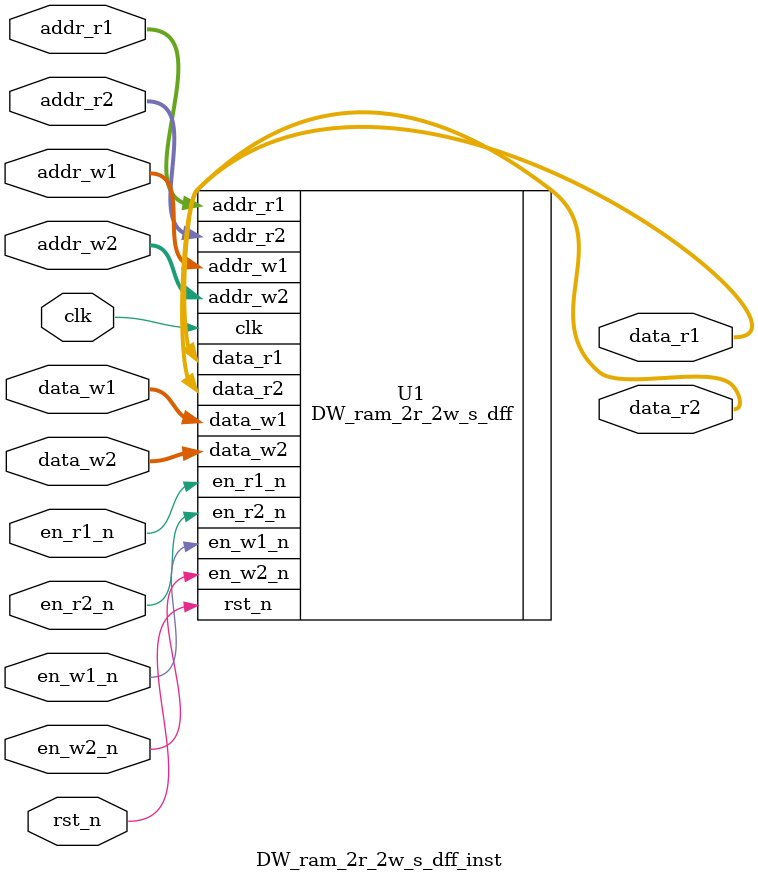
<source format=v>
module DW_ram_2r_2w_s_dff_inst(
          clk, rst_n,
          en_w1_n, addr_w1, data_w1,
          en_w2_n, addr_w2, data_w2,
          en_r1_n, addr_r1, data_r1,
          en_r2_n, addr_r2, data_r2 );

parameter width = 8;
parameter addr_width = 3;
parameter rst_mode = 0;

input clk;
input rst_n;
input en_w1_n;
input [addr_width-1 : 0] addr_w1;
input [width-1 : 0] data_w1;
input en_w2_n;
input [addr_width-1 : 0] addr_w2;
input [width-1 : 0] data_w2;
input en_r1_n;
input [addr_width-1 : 0] addr_r1;
output [width-1 : 0] data_r1;
input en_r2_n;
input [addr_width-1 : 0] addr_r2;
output [width-1 : 0] data_r2;

    // Instance of DW_ram_2r_2w_s_dff
    DW_ram_2r_2w_s_dff #(width, addr_width, rst_mode)
      U1 (
         .clk(clk), .rst_n(rst_n),

         .en_w1_n(en_w1_n), .addr_w1(addr_w1), .data_w1(data_w1),
         .en_w2_n(en_w2_n), .addr_w2(addr_w2), .data_w2(data_w2),

         .en_r1_n(en_r1_n), .addr_r1(addr_r1), .data_r1(data_r1),
         .en_r2_n(en_r2_n), .addr_r2(addr_r2), .data_r2(data_r2)
         );

endmodule

</source>
